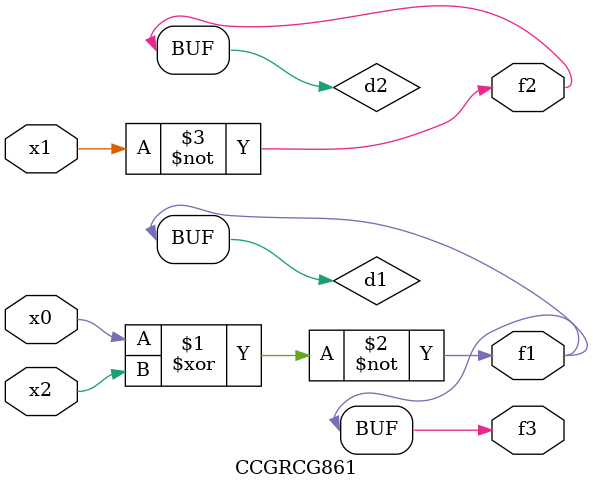
<source format=v>
module CCGRCG861(
	input x0, x1, x2,
	output f1, f2, f3
);

	wire d1, d2, d3;

	xnor (d1, x0, x2);
	nand (d2, x1);
	nor (d3, x1, x2);
	assign f1 = d1;
	assign f2 = d2;
	assign f3 = d1;
endmodule

</source>
